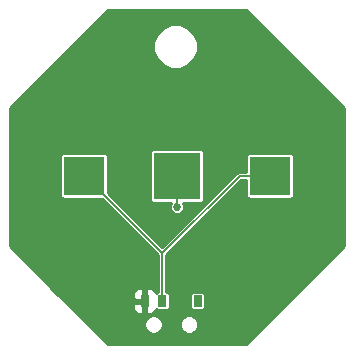
<source format=gbr>
G04 #@! TF.GenerationSoftware,KiCad,Pcbnew,(5.0.0)*
G04 #@! TF.CreationDate,2018-09-15T12:16:20+02:00*
G04 #@! TF.ProjectId,Blinky,426C696E6B792E6B696361645F706362,rev?*
G04 #@! TF.SameCoordinates,Original*
G04 #@! TF.FileFunction,Copper,L2,Bot,Signal*
G04 #@! TF.FilePolarity,Positive*
%FSLAX46Y46*%
G04 Gerber Fmt 4.6, Leading zero omitted, Abs format (unit mm)*
G04 Created by KiCad (PCBNEW (5.0.0)) date 09/15/18 12:16:20*
%MOMM*%
%LPD*%
G01*
G04 APERTURE LIST*
G04 #@! TA.AperFunction,SMDPad,CuDef*
%ADD10R,3.500000X3.300000*%
G04 #@! TD*
G04 #@! TA.AperFunction,SMDPad,CuDef*
%ADD11R,4.000000X4.000000*%
G04 #@! TD*
G04 #@! TA.AperFunction,SMDPad,CuDef*
%ADD12R,0.700000X1.000000*%
G04 #@! TD*
G04 #@! TA.AperFunction,ViaPad*
%ADD13C,0.685800*%
G04 #@! TD*
G04 #@! TA.AperFunction,Conductor*
%ADD14C,0.152400*%
G04 #@! TD*
G04 #@! TA.AperFunction,Conductor*
%ADD15C,0.254000*%
G04 #@! TD*
G04 APERTURE END LIST*
D10*
G04 #@! TO.P,BT1,1*
G04 #@! TO.N,Net-(BT1-Pad1)*
X61595000Y-89408000D03*
X77395000Y-89408000D03*
D11*
G04 #@! TO.P,BT1,2*
G04 #@! TO.N,GND*
X69495000Y-89408000D03*
G04 #@! TD*
D12*
G04 #@! TO.P,SW1,3*
G04 #@! TO.N,/Vcc*
X66750000Y-100000000D03*
G04 #@! TO.P,SW1,2*
G04 #@! TO.N,Net-(BT1-Pad1)*
X68250000Y-100000000D03*
G04 #@! TO.P,SW1,1*
G04 #@! TO.N,Net-(SW1-Pad1)*
X71250000Y-100000000D03*
G04 #@! TD*
D13*
G04 #@! TO.N,GND*
X69500000Y-92050000D03*
G04 #@! TO.N,/Vcc*
X71875000Y-85600000D03*
X73375000Y-83575000D03*
X81800000Y-86475000D03*
X66929000Y-92710000D03*
G04 #@! TD*
D14*
G04 #@! TO.N,Net-(BT1-Pad1)*
X61695000Y-89408000D02*
X61595000Y-89408000D01*
X68250000Y-95963000D02*
X61695000Y-89408000D01*
X68250000Y-100000000D02*
X68250000Y-95963000D01*
X74805000Y-89408000D02*
X77395000Y-89408000D01*
X68250000Y-95963000D02*
X74805000Y-89408000D01*
G04 #@! TO.N,GND*
X69495000Y-89408000D02*
X69495000Y-92045000D01*
X69495000Y-92045000D02*
X69500000Y-92050000D01*
G04 #@! TD*
D15*
G04 #@! TO.N,/Vcc*
G36*
X83645600Y-83646797D02*
X83645601Y-95353202D01*
X75353204Y-103645600D01*
X63646797Y-103645600D01*
X61846165Y-101844968D01*
X66720600Y-101844968D01*
X66720600Y-102155032D01*
X66839257Y-102441494D01*
X67058506Y-102660743D01*
X67344968Y-102779400D01*
X67655032Y-102779400D01*
X67941494Y-102660743D01*
X68160743Y-102441494D01*
X68279400Y-102155032D01*
X68279400Y-101844968D01*
X69720600Y-101844968D01*
X69720600Y-102155032D01*
X69839257Y-102441494D01*
X70058506Y-102660743D01*
X70344968Y-102779400D01*
X70655032Y-102779400D01*
X70941494Y-102660743D01*
X71160743Y-102441494D01*
X71279400Y-102155032D01*
X71279400Y-101844968D01*
X71160743Y-101558506D01*
X70941494Y-101339257D01*
X70655032Y-101220600D01*
X70344968Y-101220600D01*
X70058506Y-101339257D01*
X69839257Y-101558506D01*
X69720600Y-101844968D01*
X68279400Y-101844968D01*
X68160743Y-101558506D01*
X67941494Y-101339257D01*
X67655032Y-101220600D01*
X67344968Y-101220600D01*
X67058506Y-101339257D01*
X66839257Y-101558506D01*
X66720600Y-101844968D01*
X61846165Y-101844968D01*
X60286947Y-100285750D01*
X65765000Y-100285750D01*
X65765000Y-100626309D01*
X65861673Y-100859698D01*
X66040301Y-101038327D01*
X66273690Y-101135000D01*
X66464250Y-101135000D01*
X66623000Y-100976250D01*
X66623000Y-100127000D01*
X65923750Y-100127000D01*
X65765000Y-100285750D01*
X60286947Y-100285750D01*
X59374888Y-99373691D01*
X65765000Y-99373691D01*
X65765000Y-99714250D01*
X65923750Y-99873000D01*
X66623000Y-99873000D01*
X66623000Y-99023750D01*
X66464250Y-98865000D01*
X66273690Y-98865000D01*
X66040301Y-98961673D01*
X65861673Y-99140302D01*
X65765000Y-99373691D01*
X59374888Y-99373691D01*
X55354400Y-95353204D01*
X55354400Y-87758000D01*
X59560127Y-87758000D01*
X59560127Y-91058000D01*
X59581812Y-91167016D01*
X59643564Y-91259436D01*
X59735984Y-91321188D01*
X59845000Y-91342873D01*
X63126979Y-91342873D01*
X67894401Y-96110296D01*
X67894400Y-99216241D01*
X67790984Y-99236812D01*
X67702729Y-99295781D01*
X67638327Y-99140302D01*
X67459699Y-98961673D01*
X67226310Y-98865000D01*
X67035750Y-98865000D01*
X66877000Y-99023750D01*
X66877000Y-99873000D01*
X66897000Y-99873000D01*
X66897000Y-100127000D01*
X66877000Y-100127000D01*
X66877000Y-100976250D01*
X67035750Y-101135000D01*
X67226310Y-101135000D01*
X67459699Y-101038327D01*
X67638327Y-100859698D01*
X67702729Y-100704219D01*
X67790984Y-100763188D01*
X67900000Y-100784873D01*
X68600000Y-100784873D01*
X68709016Y-100763188D01*
X68801436Y-100701436D01*
X68863188Y-100609016D01*
X68884873Y-100500000D01*
X68884873Y-99500000D01*
X70615127Y-99500000D01*
X70615127Y-100500000D01*
X70636812Y-100609016D01*
X70698564Y-100701436D01*
X70790984Y-100763188D01*
X70900000Y-100784873D01*
X71600000Y-100784873D01*
X71709016Y-100763188D01*
X71801436Y-100701436D01*
X71863188Y-100609016D01*
X71884873Y-100500000D01*
X71884873Y-99500000D01*
X71863188Y-99390984D01*
X71801436Y-99298564D01*
X71709016Y-99236812D01*
X71600000Y-99215127D01*
X70900000Y-99215127D01*
X70790984Y-99236812D01*
X70698564Y-99298564D01*
X70636812Y-99390984D01*
X70615127Y-99500000D01*
X68884873Y-99500000D01*
X68863188Y-99390984D01*
X68801436Y-99298564D01*
X68709016Y-99236812D01*
X68605600Y-99216241D01*
X68605600Y-96110294D01*
X74952295Y-89763600D01*
X75360127Y-89763600D01*
X75360127Y-91058000D01*
X75381812Y-91167016D01*
X75443564Y-91259436D01*
X75535984Y-91321188D01*
X75645000Y-91342873D01*
X79145000Y-91342873D01*
X79254016Y-91321188D01*
X79346436Y-91259436D01*
X79408188Y-91167016D01*
X79429873Y-91058000D01*
X79429873Y-87758000D01*
X79408188Y-87648984D01*
X79346436Y-87556564D01*
X79254016Y-87494812D01*
X79145000Y-87473127D01*
X75645000Y-87473127D01*
X75535984Y-87494812D01*
X75443564Y-87556564D01*
X75381812Y-87648984D01*
X75360127Y-87758000D01*
X75360127Y-89052400D01*
X74840020Y-89052400D01*
X74805000Y-89045434D01*
X74769980Y-89052400D01*
X74666252Y-89073033D01*
X74548627Y-89151627D01*
X74528791Y-89181314D01*
X68250000Y-95460105D01*
X63629873Y-90839979D01*
X63629873Y-87758000D01*
X63608188Y-87648984D01*
X63546436Y-87556564D01*
X63454016Y-87494812D01*
X63345000Y-87473127D01*
X59845000Y-87473127D01*
X59735984Y-87494812D01*
X59643564Y-87556564D01*
X59581812Y-87648984D01*
X59560127Y-87758000D01*
X55354400Y-87758000D01*
X55354400Y-87408000D01*
X67210127Y-87408000D01*
X67210127Y-91408000D01*
X67231812Y-91517016D01*
X67293564Y-91609436D01*
X67385984Y-91671188D01*
X67495000Y-91692873D01*
X68977061Y-91692873D01*
X68972439Y-91697495D01*
X68877700Y-91926217D01*
X68877700Y-92173783D01*
X68972439Y-92402505D01*
X69147495Y-92577561D01*
X69376217Y-92672300D01*
X69623783Y-92672300D01*
X69852505Y-92577561D01*
X70027561Y-92402505D01*
X70122300Y-92173783D01*
X70122300Y-91926217D01*
X70027561Y-91697495D01*
X70022939Y-91692873D01*
X71495000Y-91692873D01*
X71604016Y-91671188D01*
X71696436Y-91609436D01*
X71758188Y-91517016D01*
X71779873Y-91408000D01*
X71779873Y-87408000D01*
X71758188Y-87298984D01*
X71696436Y-87206564D01*
X71604016Y-87144812D01*
X71495000Y-87123127D01*
X67495000Y-87123127D01*
X67385984Y-87144812D01*
X67293564Y-87206564D01*
X67231812Y-87298984D01*
X67210127Y-87408000D01*
X55354400Y-87408000D01*
X55354400Y-83646796D01*
X60925032Y-78076164D01*
X67495600Y-78076164D01*
X67495600Y-78823836D01*
X67781721Y-79514595D01*
X68310405Y-80043279D01*
X69001164Y-80329400D01*
X69748836Y-80329400D01*
X70439595Y-80043279D01*
X70968279Y-79514595D01*
X71254400Y-78823836D01*
X71254400Y-78076164D01*
X70968279Y-77385405D01*
X70439595Y-76856721D01*
X69748836Y-76570600D01*
X69001164Y-76570600D01*
X68310405Y-76856721D01*
X67781721Y-77385405D01*
X67495600Y-78076164D01*
X60925032Y-78076164D01*
X63646797Y-75354400D01*
X75353204Y-75354400D01*
X83645600Y-83646797D01*
X83645600Y-83646797D01*
G37*
X83645600Y-83646797D02*
X83645601Y-95353202D01*
X75353204Y-103645600D01*
X63646797Y-103645600D01*
X61846165Y-101844968D01*
X66720600Y-101844968D01*
X66720600Y-102155032D01*
X66839257Y-102441494D01*
X67058506Y-102660743D01*
X67344968Y-102779400D01*
X67655032Y-102779400D01*
X67941494Y-102660743D01*
X68160743Y-102441494D01*
X68279400Y-102155032D01*
X68279400Y-101844968D01*
X69720600Y-101844968D01*
X69720600Y-102155032D01*
X69839257Y-102441494D01*
X70058506Y-102660743D01*
X70344968Y-102779400D01*
X70655032Y-102779400D01*
X70941494Y-102660743D01*
X71160743Y-102441494D01*
X71279400Y-102155032D01*
X71279400Y-101844968D01*
X71160743Y-101558506D01*
X70941494Y-101339257D01*
X70655032Y-101220600D01*
X70344968Y-101220600D01*
X70058506Y-101339257D01*
X69839257Y-101558506D01*
X69720600Y-101844968D01*
X68279400Y-101844968D01*
X68160743Y-101558506D01*
X67941494Y-101339257D01*
X67655032Y-101220600D01*
X67344968Y-101220600D01*
X67058506Y-101339257D01*
X66839257Y-101558506D01*
X66720600Y-101844968D01*
X61846165Y-101844968D01*
X60286947Y-100285750D01*
X65765000Y-100285750D01*
X65765000Y-100626309D01*
X65861673Y-100859698D01*
X66040301Y-101038327D01*
X66273690Y-101135000D01*
X66464250Y-101135000D01*
X66623000Y-100976250D01*
X66623000Y-100127000D01*
X65923750Y-100127000D01*
X65765000Y-100285750D01*
X60286947Y-100285750D01*
X59374888Y-99373691D01*
X65765000Y-99373691D01*
X65765000Y-99714250D01*
X65923750Y-99873000D01*
X66623000Y-99873000D01*
X66623000Y-99023750D01*
X66464250Y-98865000D01*
X66273690Y-98865000D01*
X66040301Y-98961673D01*
X65861673Y-99140302D01*
X65765000Y-99373691D01*
X59374888Y-99373691D01*
X55354400Y-95353204D01*
X55354400Y-87758000D01*
X59560127Y-87758000D01*
X59560127Y-91058000D01*
X59581812Y-91167016D01*
X59643564Y-91259436D01*
X59735984Y-91321188D01*
X59845000Y-91342873D01*
X63126979Y-91342873D01*
X67894401Y-96110296D01*
X67894400Y-99216241D01*
X67790984Y-99236812D01*
X67702729Y-99295781D01*
X67638327Y-99140302D01*
X67459699Y-98961673D01*
X67226310Y-98865000D01*
X67035750Y-98865000D01*
X66877000Y-99023750D01*
X66877000Y-99873000D01*
X66897000Y-99873000D01*
X66897000Y-100127000D01*
X66877000Y-100127000D01*
X66877000Y-100976250D01*
X67035750Y-101135000D01*
X67226310Y-101135000D01*
X67459699Y-101038327D01*
X67638327Y-100859698D01*
X67702729Y-100704219D01*
X67790984Y-100763188D01*
X67900000Y-100784873D01*
X68600000Y-100784873D01*
X68709016Y-100763188D01*
X68801436Y-100701436D01*
X68863188Y-100609016D01*
X68884873Y-100500000D01*
X68884873Y-99500000D01*
X70615127Y-99500000D01*
X70615127Y-100500000D01*
X70636812Y-100609016D01*
X70698564Y-100701436D01*
X70790984Y-100763188D01*
X70900000Y-100784873D01*
X71600000Y-100784873D01*
X71709016Y-100763188D01*
X71801436Y-100701436D01*
X71863188Y-100609016D01*
X71884873Y-100500000D01*
X71884873Y-99500000D01*
X71863188Y-99390984D01*
X71801436Y-99298564D01*
X71709016Y-99236812D01*
X71600000Y-99215127D01*
X70900000Y-99215127D01*
X70790984Y-99236812D01*
X70698564Y-99298564D01*
X70636812Y-99390984D01*
X70615127Y-99500000D01*
X68884873Y-99500000D01*
X68863188Y-99390984D01*
X68801436Y-99298564D01*
X68709016Y-99236812D01*
X68605600Y-99216241D01*
X68605600Y-96110294D01*
X74952295Y-89763600D01*
X75360127Y-89763600D01*
X75360127Y-91058000D01*
X75381812Y-91167016D01*
X75443564Y-91259436D01*
X75535984Y-91321188D01*
X75645000Y-91342873D01*
X79145000Y-91342873D01*
X79254016Y-91321188D01*
X79346436Y-91259436D01*
X79408188Y-91167016D01*
X79429873Y-91058000D01*
X79429873Y-87758000D01*
X79408188Y-87648984D01*
X79346436Y-87556564D01*
X79254016Y-87494812D01*
X79145000Y-87473127D01*
X75645000Y-87473127D01*
X75535984Y-87494812D01*
X75443564Y-87556564D01*
X75381812Y-87648984D01*
X75360127Y-87758000D01*
X75360127Y-89052400D01*
X74840020Y-89052400D01*
X74805000Y-89045434D01*
X74769980Y-89052400D01*
X74666252Y-89073033D01*
X74548627Y-89151627D01*
X74528791Y-89181314D01*
X68250000Y-95460105D01*
X63629873Y-90839979D01*
X63629873Y-87758000D01*
X63608188Y-87648984D01*
X63546436Y-87556564D01*
X63454016Y-87494812D01*
X63345000Y-87473127D01*
X59845000Y-87473127D01*
X59735984Y-87494812D01*
X59643564Y-87556564D01*
X59581812Y-87648984D01*
X59560127Y-87758000D01*
X55354400Y-87758000D01*
X55354400Y-87408000D01*
X67210127Y-87408000D01*
X67210127Y-91408000D01*
X67231812Y-91517016D01*
X67293564Y-91609436D01*
X67385984Y-91671188D01*
X67495000Y-91692873D01*
X68977061Y-91692873D01*
X68972439Y-91697495D01*
X68877700Y-91926217D01*
X68877700Y-92173783D01*
X68972439Y-92402505D01*
X69147495Y-92577561D01*
X69376217Y-92672300D01*
X69623783Y-92672300D01*
X69852505Y-92577561D01*
X70027561Y-92402505D01*
X70122300Y-92173783D01*
X70122300Y-91926217D01*
X70027561Y-91697495D01*
X70022939Y-91692873D01*
X71495000Y-91692873D01*
X71604016Y-91671188D01*
X71696436Y-91609436D01*
X71758188Y-91517016D01*
X71779873Y-91408000D01*
X71779873Y-87408000D01*
X71758188Y-87298984D01*
X71696436Y-87206564D01*
X71604016Y-87144812D01*
X71495000Y-87123127D01*
X67495000Y-87123127D01*
X67385984Y-87144812D01*
X67293564Y-87206564D01*
X67231812Y-87298984D01*
X67210127Y-87408000D01*
X55354400Y-87408000D01*
X55354400Y-83646796D01*
X60925032Y-78076164D01*
X67495600Y-78076164D01*
X67495600Y-78823836D01*
X67781721Y-79514595D01*
X68310405Y-80043279D01*
X69001164Y-80329400D01*
X69748836Y-80329400D01*
X70439595Y-80043279D01*
X70968279Y-79514595D01*
X71254400Y-78823836D01*
X71254400Y-78076164D01*
X70968279Y-77385405D01*
X70439595Y-76856721D01*
X69748836Y-76570600D01*
X69001164Y-76570600D01*
X68310405Y-76856721D01*
X67781721Y-77385405D01*
X67495600Y-78076164D01*
X60925032Y-78076164D01*
X63646797Y-75354400D01*
X75353204Y-75354400D01*
X83645600Y-83646797D01*
G04 #@! TD*
M02*

</source>
